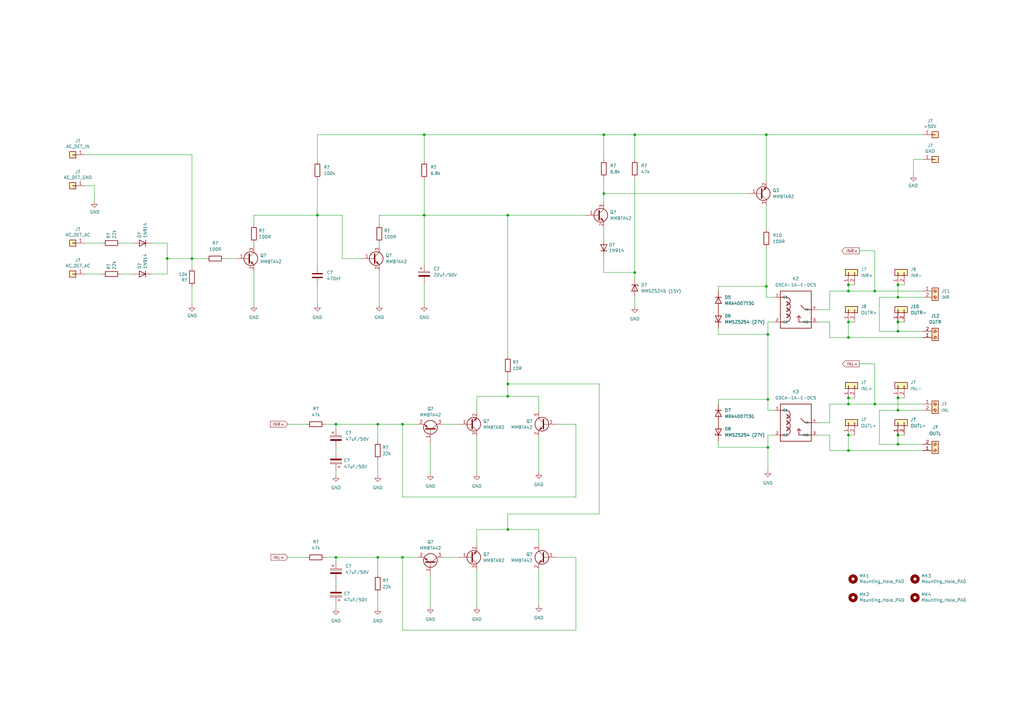
<source format=kicad_sch>
(kicad_sch (version 20211123) (generator eeschema)
  (paper "A3")
  (title_block (title "LS protection relais") (date "2022-02-13") (rev "V1"))
  (lib_symbols
    (symbol "Connector:Screw_Terminal_01x02" (pin_names (offset 1.016) hide)
      (property "Reference" "J" (at 0 2.54 0))
      (property "Value" "Screw_Terminal_01x02" (at 0 -5.08 0))
      (symbol "Screw_Terminal_01x02_1_1"
        (rectangle (start -1.27 1.27) (end 1.27 -3.81) (stroke (width 0.254)) (fill (type background)))
        (circle (center 0 -2.54) (radius 0.635) (stroke (width 0.1524)))
        (polyline (pts (xy -0.5334 -2.2098) (xy 0.3302 -3.048)) (stroke (width 0.1524)))
        (polyline (pts (xy -0.5334 0.3302) (xy 0.3302 -0.508)) (stroke (width 0.1524)))
        (polyline (pts (xy -0.3556 -2.032) (xy 0.508 -2.8702)) (stroke (width 0.1524)))
        (polyline (pts (xy -0.3556 0.508) (xy 0.508 -0.3302)) (stroke (width 0.1524)))
        (circle (center 0 0) (radius 0.635) (stroke (width 0.1524)))
        (pin passive line (at -5.08 0 0) (length 3.81) (name "Pin_1") (number "1"))
        (pin passive line (at -5.08 -2.54 0) (length 3.81) (name "Pin_2") (number "2"))
      )
    )
    (symbol "Connector_Generic:Conn_01x01" (pin_names (offset 1.016) hide)
      (property "Reference" "J" (at 0 2.54 0))
      (property "Value" "Conn_01x01" (at 0 -2.54 0))
      (symbol "Conn_01x01_1_1"
        (rectangle (start -1.27 0.127) (end 0 -0.127) (stroke (width 0.1524)))
        (rectangle (start -1.27 1.27) (end 1.27 -1.27) (stroke (width 0.254)) (fill (type background)))
        (pin passive line (at -5.08 0 0) (length 3.81) (name "Pin_1") (number "1"))
      )
    )
    (symbol "Connector_Generic:Conn_01x02" (pin_names (offset 1.016) hide)
      (property "Reference" "J" (at 0 2.54 0))
      (property "Value" "Conn_01x02" (at 0 -5.08 0))
      (symbol "Conn_01x02_1_1"
        (rectangle (start -1.27 -2.413) (end 0 -2.667) (stroke (width 0.1524)))
        (rectangle (start -1.27 0.127) (end 0 -0.127) (stroke (width 0.1524)))
        (rectangle (start -1.27 1.27) (end 1.27 -3.81) (stroke (width 0.254)) (fill (type background)))
        (pin passive line (at -5.08 0 0) (length 3.81) (name "Pin_1") (number "1"))
        (pin passive line (at -5.08 -2.54 0) (length 3.81) (name "Pin_2") (number "2"))
      )
    )
    (symbol "Device:C" (pin_numbers hide) (pin_names (offset 0.254))
      (property "Reference" "C" (at 0.635 2.54 0))
      (property "Value" "C" (at 0.635 -2.54 0))
      (symbol "C_0_1"
        (polyline (pts (xy -2.032 -0.762) (xy 2.032 -0.762)) (stroke (width 0.508)))
        (polyline (pts (xy -2.032 0.762) (xy 2.032 0.762)) (stroke (width 0.508)))
      )
      (symbol "C_1_1"
        (pin passive line (at 0 3.81 270) (length 2.794) (name "~") (number "1"))
        (pin passive line (at 0 -3.81 90) (length 2.794) (name "~") (number "2"))
      )
    )
    (symbol "Device:C_Polarized" (pin_numbers hide) (pin_names (offset 0.254))
      (property "Reference" "C" (at 0.635 2.54 0))
      (property "Value" "C_Polarized" (at 0.635 -2.54 0))
      (symbol "C_Polarized_0_1"
        (rectangle (start -2.286 0.508) (end 2.286 1.016))
        (polyline (pts (xy -1.778 2.286) (xy -0.762 2.286)))
        (polyline (pts (xy -1.27 2.794) (xy -1.27 1.778)))
        (rectangle (start 2.286 -0.508) (end -2.286 -1.016) (fill (type outline)))
      )
      (symbol "C_Polarized_1_1"
        (pin passive line (at 0 3.81 270) (length 2.794) (name "~") (number "1"))
        (pin passive line (at 0 -3.81 90) (length 2.794) (name "~") (number "2"))
      )
    )
    (symbol "Device:R" (pin_numbers hide) (pin_names (offset 0))
      (property "Reference" "R" (at 2.032 0 90))
      (property "Value" "R" (at 0 0 90))
      (symbol "R_0_1"
        (rectangle (start -1.016 -2.54) (end 1.016 2.54) (stroke (width 0.254)))
      )
      (symbol "R_1_1"
        (pin passive line (at 0 3.81 270) (length 1.27) (name "~") (number "1"))
        (pin passive line (at 0 -3.81 90) (length 1.27) (name "~") (number "2"))
      )
    )
    (symbol "Diode:1N4148" (pin_numbers hide) (pin_names (offset 1.016) hide)
      (property "Reference" "D" (at 0 2.54 0))
      (property "Value" "1N4148" (at 0 -2.54 0))
      (symbol "1N4148_0_1"
        (polyline (pts (xy -1.27 1.27) (xy -1.27 -1.27)) (stroke (width 0.254)))
        (polyline (pts (xy 1.27 0) (xy -1.27 0)))
        (polyline (pts (xy 1.27 1.27) (xy 1.27 -1.27) (xy -1.27 0) (xy 1.27 1.27)) (stroke (width 0.254)))
      )
      (symbol "1N4148_1_1"
        (pin passive line (at -3.81 0 0) (length 2.54) (name "K") (number "1"))
        (pin passive line (at 3.81 0 180) (length 2.54) (name "A") (number "2"))
      )
    )
    (symbol "Diode:1N47xxA" (pin_numbers hide) (pin_names (offset 1.016) hide)
      (property "Reference" "D" (at 0 2.54 0))
      (property "Value" "1N47xxA" (at 0 -2.54 0))
      (symbol "1N47xxA_0_1"
        (polyline (pts (xy 1.27 0) (xy -1.27 0)))
        (polyline (pts (xy -1.27 -1.27) (xy -1.27 1.27) (xy -0.762 1.27)) (stroke (width 0.254)))
        (polyline (pts (xy 1.27 -1.27) (xy 1.27 1.27) (xy -1.27 0) (xy 1.27 -1.27)) (stroke (width 0.254)))
      )
      (symbol "1N47xxA_1_1"
        (pin passive line (at -3.81 0 0) (length 2.54) (name "K") (number "1"))
        (pin passive line (at 3.81 0 180) (length 2.54) (name "A") (number "2"))
      )
    )
    (symbol "Diode:MRA4007T3G" (pin_numbers hide) (pin_names (offset 1.016) hide)
      (property "Reference" "D" (at 0 2.54 0))
      (property "Value" "MRA4007T3G" (at 0 -2.54 0))
      (symbol "MRA4007T3G_0_1"
        (polyline (pts (xy -1.27 1.27) (xy -1.27 -1.27)) (stroke (width 0.254)))
        (polyline (pts (xy 1.27 0) (xy -1.27 0)))
        (polyline (pts (xy 1.27 1.27) (xy 1.27 -1.27) (xy -1.27 0) (xy 1.27 1.27)) (stroke (width 0.254)))
      )
      (symbol "MRA4007T3G_1_1"
        (pin passive line (at -3.81 0 0) (length 2.54) (name "K") (number "1"))
        (pin passive line (at 3.81 0 180) (length 2.54) (name "A") (number "2"))
      )
    )
    (symbol "Mechanical:MountingHole" (pin_names (offset 1.016))
      (property "Reference" "H" (at 0 5.08 0))
      (property "Value" "MountingHole" (at 0 3.175 0))
      (symbol "MountingHole_0_1"
        (circle (center 0 0) (radius 1.27) (stroke (width 1.27)))
      )
    )
    (symbol "Transistor_BJT:MMBTA42" (pin_names (offset 0) hide)
      (property "Reference" "Q" (at 5.08 1.905 0))
      (property "Value" "MMBTA42" (at 5.08 0 0))
      (symbol "MMBTA42_0_1"
        (polyline (pts (xy 0 0) (xy 0.635 0)))
        (polyline (pts (xy 0.635 0.635) (xy 2.54 2.54)))
        (polyline (pts (xy 0.635 -0.635) (xy 2.54 -2.54) (xy 2.54 -2.54)))
        (polyline (pts (xy 0.635 1.905) (xy 0.635 -1.905) (xy 0.635 -1.905)) (stroke (width 0.508)))
        (polyline (pts (xy 1.27 -1.778) (xy 1.778 -1.27) (xy 2.286 -2.286) (xy 1.27 -1.778) (xy 1.27 -1.778)) (fill (type outline)))
        (circle (center 1.27 0) (radius 2.8194) (stroke (width 0.254)))
      )
      (symbol "MMBTA42_1_1"
        (pin input line (at -5.08 0 0) (length 5.08) (name "B") (number "1"))
        (pin passive line (at 2.54 -5.08 90) (length 2.54) (name "E") (number "2"))
        (pin passive line (at 2.54 5.08 270) (length 2.54) (name "C") (number "3"))
      )
    )
    (symbol "Transistor_BJT:MMBTA92" (pin_names (offset 0) hide)
      (property "Reference" "Q" (at 5.08 1.905 0))
      (property "Value" "MMBTA92" (at 5.08 0 0))
      (symbol "MMBTA92_0_1"
        (polyline (pts (xy 0 0) (xy 0.635 0)))
        (polyline (pts (xy 2.54 -2.54) (xy 0.635 -0.635)))
        (polyline (pts (xy 2.54 2.54) (xy 0.635 0.635)))
        (polyline (pts (xy 0.635 1.905) (xy 0.635 -1.905) (xy 0.635 -1.905)) (stroke (width 0.508)) (fill (type outline)))
        (polyline (pts (xy 1.905 -2.413) (xy 2.413 -1.905) (xy 1.397 -1.397) (xy 1.905 -2.413) (xy 1.905 -2.413)) (fill (type outline)))
        (circle (center 1.27 0) (radius 2.8194) (stroke (width 0.254)))
      )
      (symbol "MMBTA92_1_1"
        (pin input line (at -5.08 0 0) (length 5.08) (name "B") (number "1"))
        (pin passive line (at 2.54 -5.08 90) (length 2.54) (name "E") (number "2"))
        (pin passive line (at 2.54 5.08 270) (length 2.54) (name "C") (number "3"))
      )
    )
    (symbol "kicad-snk:G5CA-1A-E-DC5" (pin_names (offset 1.016))
      (property "Reference" "K" (at -7.62 8.128 0))
      (property "Value" "G5CA-1A-E-DC5" (at -7.62 -10.16 0))
      (symbol "G5CA-1A-E-DC5_0_0"
        (arc (start -5.08 -5.08) (mid -3.5511 -3.429) (end -5.08 -1.778) (stroke (width 0.254)))
        (arc (start -5.08 -3.302) (mid -4.513 -2.54) (end -5.08 -1.778) (stroke (width 0.254)))
        (arc (start -5.08 -3.302) (mid -3.5499 -1.27) (end -5.08 0.762) (stroke (width 0.254)))
        (arc (start -5.08 -0.762) (mid -4.513 0) (end -5.08 0.762) (stroke (width 0.254)))
        (arc (start -5.08 -0.762) (mid -3.5314 1.27) (end -5.08 3.302) (stroke (width 0.254)))
        (arc (start -5.08 1.778) (mid -4.513 2.54) (end -5.08 3.302) (stroke (width 0.254)))
        (arc (start -5.08 1.778) (mid -3.5511 3.429) (end -5.08 5.08) (stroke (width 0.254)))
        (polyline (pts (xy -7.62 -7.62) (xy -7.62 -5.08)) (stroke (width 0.254)))
        (polyline (pts (xy -7.62 -5.08) (xy -7.62 5.08)) (stroke (width 0.254)))
        (polyline (pts (xy -7.62 -5.08) (xy -5.08 -5.08)) (stroke (width 0.254)))
        (polyline (pts (xy -7.62 5.08) (xy -7.62 7.62)) (stroke (width 0.254)))
        (polyline (pts (xy -7.62 5.08) (xy -5.08 5.08)) (stroke (width 0.254)))
        (polyline (pts (xy -7.62 7.62) (xy 5.08 7.62)) (stroke (width 0.254)))
        (polyline (pts (xy 0 -5.08) (xy 0 -2.54)) (stroke (width 0.254)))
        (polyline (pts (xy 0 -2.54) (xy -0.762 -3.302)) (stroke (width 0.254)))
        (polyline (pts (xy 0 -2.54) (xy 0.762 -3.302)) (stroke (width 0.254)))
        (polyline (pts (xy 2.54 0) (xy 0.762 1.778)) (stroke (width 0.254)))
        (polyline (pts (xy 5.08 -7.62) (xy -7.62 -7.62)) (stroke (width 0.254)))
        (polyline (pts (xy 5.08 -5.08) (xy 0 -5.08)) (stroke (width 0.254)))
        (polyline (pts (xy 5.08 -5.08) (xy 5.08 -7.62)) (stroke (width 0.254)))
        (polyline (pts (xy 5.08 0) (xy 2.54 0)) (stroke (width 0.254)))
        (polyline (pts (xy 5.08 0) (xy 5.08 -5.08)) (stroke (width 0.254)))
        (polyline (pts (xy 5.08 5.08) (xy 5.08 0)) (stroke (width 0.254)))
        (polyline (pts (xy 5.08 7.62) (xy 5.08 5.08)) (stroke (width 0.254)))
        (pin passive line (at -10.16 5.08 0) (length 2.54) (name "C1") (number "1"))
        (pin passive line (at -10.16 -5.08 0) (length 2.54) (name "C2") (number "2"))
        (pin passive line (at 7.62 -5.08 180) (length 2.54) (name "NO") (number "3"))
        (pin passive line (at 7.62 0 180) (length 2.54) (name "M") (number "4"))
      )
    )
    (symbol "power:GND" (power) (pin_names (offset 0))
      (property "Value" "GND" (at 0 -3.81 0))
      (symbol "GND_0_1"
        (polyline (pts (xy 0 0) (xy 0 -1.27) (xy 1.27 -1.27) (xy 0 -2.54) (xy -1.27 -1.27) (xy 0 -1.27)))
      )
      (symbol "GND_1_1"
        (pin power_in line (at 0 0 270) (length 0) hide (name "GND") (number "1"))
      )
    )
  )
  (junction (at 314.325 117.475))
  (junction (at 68.58 106.045))
  (junction (at 173.99 88.265))
  (junction (at 137.795 228.6))
  (junction (at 347.98 116.84))
  (junction (at 130.175 88.265))
  (junction (at 347.98 165.735))
  (junction (at 154.94 173.99))
  (junction (at 347.98 119.38))
  (junction (at 165.1 228.6))
  (junction (at 368.3 116.84))
  (junction (at 358.775 119.38))
  (junction (at 154.94 228.6))
  (junction (at 78.74 106.045))
  (junction (at 347.98 178.435))
  (junction (at 314.96 183.515))
  (junction (at 368.3 163.195))
  (junction (at 247.65 55.245))
  (junction (at 314.96 137.16))
  (junction (at 260.35 55.245))
  (junction (at 368.3 178.435))
  (junction (at 347.98 184.785))
  (junction (at 368.3 135.89))
  (junction (at 358.775 165.735))
  (junction (at 208.28 88.265))
  (junction (at 347.98 138.43))
  (junction (at 173.99 55.245))
  (junction (at 347.98 163.195))
  (junction (at 208.28 162.56))
  (junction (at 314.325 55.245))
  (junction (at 208.28 157.48))
  (junction (at 247.65 79.375))
  (junction (at 368.3 182.245))
  (junction (at 368.3 121.92))
  (junction (at 368.3 168.275))
  (junction (at 165.1 173.99))
  (junction (at 368.3 132.08))
  (junction (at 314.96 163.83))
  (junction (at 208.28 217.17))
  (junction (at 137.795 173.99))
  (junction (at 260.35 111.76))
  (junction (at 347.98 132.08))
  (wire (pts (xy 347.98 119.38) (xy 340.36 119.38)))
  (wire (pts (xy 314.96 163.83) (xy 294.64 163.83)))
  (wire (pts (xy 165.1 203.835) (xy 236.22 203.835)))
  (wire (pts (xy 245.745 210.82) (xy 245.745 157.48)))
  (wire (pts (xy 360.68 135.89) (xy 368.3 135.89)))
  (wire (pts (xy 260.35 55.245) (xy 314.325 55.245)))
  (wire (pts (xy 104.14 111.125) (xy 104.14 125.095)))
  (wire (pts (xy 104.14 99.695) (xy 104.14 100.965)))
  (wire (pts (xy 294.64 134.62) (xy 294.64 137.16)))
  (wire (pts (xy 181.61 228.6) (xy 187.96 228.6)))
  (wire (pts (xy 347.98 178.435) (xy 350.52 178.435)))
  (wire (pts (xy 368.3 163.195) (xy 368.3 168.275)))
  (wire (pts (xy 314.325 55.245) (xy 378.46 55.245)))
  (wire (pts (xy 347.98 132.08) (xy 347.98 138.43)))
  (wire (pts (xy 208.28 88.265) (xy 240.03 88.265)))
  (wire (pts (xy 92.075 106.045) (xy 96.52 106.045)))
  (wire (pts (xy 173.99 116.205) (xy 173.99 125.095)))
  (wire (pts (xy 137.795 228.6) (xy 137.795 230.505)))
  (wire (pts (xy 352.425 103.505) (xy 352.425 102.87)))
  (wire (pts (xy 236.22 258.445) (xy 236.22 228.6)))
  (wire (pts (xy 208.28 157.48) (xy 208.28 162.56)))
  (wire (pts (xy 335.28 173.355) (xy 340.36 173.355)))
  (wire (pts (xy 260.35 73.025) (xy 260.35 111.76)))
  (wire (pts (xy 78.74 117.475) (xy 78.74 125.095)))
  (wire (pts (xy 247.65 79.375) (xy 247.65 83.185)))
  (wire (pts (xy 247.65 73.025) (xy 247.65 79.375)))
  (wire (pts (xy 154.94 243.205) (xy 154.94 249.555)))
  (wire (pts (xy 245.745 157.48) (xy 208.28 157.48)))
  (wire (pts (xy 374.65 65.405) (xy 378.46 65.405)))
  (wire (pts (xy 317.5 178.435) (xy 314.96 178.435)))
  (wire (pts (xy 317.5 132.08) (xy 314.96 132.08)))
  (wire (pts (xy 140.335 106.045) (xy 147.955 106.045)))
  (wire (pts (xy 247.65 111.76) (xy 260.35 111.76)))
  (wire (pts (xy 176.53 181.61) (xy 176.53 194.31)))
  (wire (pts (xy 352.425 102.87) (xy 358.775 102.87)))
  (wire (pts (xy 220.98 217.17) (xy 220.98 223.52)))
  (wire (pts (xy 314.325 121.92) (xy 317.5 121.92)))
  (wire (pts (xy 368.3 182.245) (xy 378.46 182.245)))
  (wire (pts (xy 340.36 132.08) (xy 335.28 132.08)))
  (wire (pts (xy 137.795 173.99) (xy 154.94 173.99)))
  (wire (pts (xy 137.795 183.515) (xy 137.795 185.42)))
  (wire (pts (xy 140.335 88.265) (xy 140.335 106.045)))
  (wire (pts (xy 340.36 138.43) (xy 340.36 132.08)))
  (wire (pts (xy 38.735 76.2) (xy 34.925 76.2)))
  (wire (pts (xy 368.3 132.08) (xy 370.84 132.08)))
  (wire (pts (xy 78.74 63.5) (xy 34.925 63.5)))
  (wire (pts (xy 173.99 88.265) (xy 155.575 88.265)))
  (wire (pts (xy 368.3 135.89) (xy 378.46 135.89)))
  (wire (pts (xy 62.23 112.395) (xy 68.58 112.395)))
  (wire (pts (xy 347.98 132.08) (xy 350.52 132.08)))
  (wire (pts (xy 260.35 121.92) (xy 260.35 125.73)))
  (wire (pts (xy 347.98 163.195) (xy 350.52 163.195)))
  (wire (pts (xy 314.96 132.08) (xy 314.96 137.16)))
  (wire (pts (xy 208.28 153.67) (xy 208.28 157.48)))
  (wire (pts (xy 165.1 228.6) (xy 165.1 258.445)))
  (wire (pts (xy 78.74 106.045) (xy 84.455 106.045)))
  (wire (pts (xy 49.53 99.695) (xy 54.61 99.695)))
  (wire (pts (xy 347.98 138.43) (xy 340.36 138.43)))
  (wire (pts (xy 358.775 165.735) (xy 347.98 165.735)))
  (wire (pts (xy 347.98 163.195) (xy 347.98 165.735)))
  (wire (pts (xy 378.46 119.38) (xy 358.775 119.38)))
  (wire (pts (xy 378.46 121.92) (xy 368.3 121.92)))
  (wire (pts (xy 154.94 188.595) (xy 154.94 194.945)))
  (wire (pts (xy 340.36 165.735) (xy 340.36 173.355)))
  (wire (pts (xy 247.65 55.245) (xy 173.99 55.245)))
  (wire (pts (xy 176.53 236.22) (xy 176.53 248.92)))
  (wire (pts (xy 294.64 163.83) (xy 294.64 165.735)))
  (wire (pts (xy 260.35 111.76) (xy 260.35 114.3)))
  (wire (pts (xy 155.575 88.265) (xy 155.575 92.075)))
  (wire (pts (xy 34.925 99.695) (xy 41.91 99.695)))
  (wire (pts (xy 368.3 121.92) (xy 360.68 121.92)))
  (wire (pts (xy 173.99 55.245) (xy 130.175 55.245)))
  (wire (pts (xy 34.925 112.395) (xy 41.91 112.395)))
  (wire (pts (xy 314.96 183.515) (xy 314.96 193.04)))
  (wire (pts (xy 68.58 106.045) (xy 68.58 112.395)))
  (wire (pts (xy 49.53 112.395) (xy 54.61 112.395)))
  (wire (pts (xy 155.575 99.695) (xy 155.575 100.965)))
  (wire (pts (xy 154.94 228.6) (xy 165.1 228.6)))
  (wire (pts (xy 165.1 258.445) (xy 236.22 258.445)))
  (wire (pts (xy 173.99 73.66) (xy 173.99 88.265)))
  (wire (pts (xy 314.96 178.435) (xy 314.96 183.515)))
  (wire (pts (xy 104.14 88.265) (xy 104.14 92.075)))
  (wire (pts (xy 347.98 116.84) (xy 347.98 119.38)))
  (wire (pts (xy 208.28 88.265) (xy 208.28 146.05)))
  (wire (pts (xy 130.175 88.265) (xy 140.335 88.265)))
  (wire (pts (xy 208.28 217.17) (xy 208.28 210.82)))
  (wire (pts (xy 154.94 173.99) (xy 154.94 180.975)))
  (wire (pts (xy 154.94 173.99) (xy 165.1 173.99)))
  (wire (pts (xy 165.1 173.99) (xy 171.45 173.99)))
  (wire (pts (xy 104.14 88.265) (xy 130.175 88.265)))
  (wire (pts (xy 78.74 106.045) (xy 78.74 109.855)))
  (wire (pts (xy 236.22 228.6) (xy 228.6 228.6)))
  (wire (pts (xy 130.175 73.66) (xy 130.175 88.265)))
  (wire (pts (xy 360.68 121.92) (xy 360.68 135.89)))
  (wire (pts (xy 314.325 101.6) (xy 314.325 117.475)))
  (wire (pts (xy 294.64 183.515) (xy 314.96 183.515)))
  (wire (pts (xy 247.65 105.41) (xy 247.65 111.76)))
  (wire (pts (xy 195.58 179.07) (xy 195.58 194.31)))
  (wire (pts (xy 314.325 117.475) (xy 314.325 121.92)))
  (wire (pts (xy 154.94 228.6) (xy 154.94 235.585)))
  (wire (pts (xy 378.46 168.275) (xy 368.3 168.275)))
  (wire (pts (xy 173.99 55.245) (xy 173.99 66.04)))
  (wire (pts (xy 130.175 55.245) (xy 130.175 66.04)))
  (wire (pts (xy 130.175 88.265) (xy 130.175 109.22)))
  (wire (pts (xy 220.98 179.07) (xy 220.98 193.675)))
  (wire (pts (xy 347.98 178.435) (xy 347.98 184.785)))
  (wire (pts (xy 68.58 99.695) (xy 62.23 99.695)))
  (wire (pts (xy 247.65 55.245) (xy 247.65 65.405)))
  (wire (pts (xy 173.99 88.265) (xy 208.28 88.265)))
  (wire (pts (xy 208.28 162.56) (xy 220.98 162.56)))
  (wire (pts (xy 137.795 173.99) (xy 137.795 175.895)))
  (wire (pts (xy 360.68 168.275) (xy 360.68 182.245)))
  (wire (pts (xy 68.58 106.045) (xy 78.74 106.045)))
  (wire (pts (xy 137.795 228.6) (xy 154.94 228.6)))
  (wire (pts (xy 347.98 184.785) (xy 340.36 184.785)))
  (wire (pts (xy 340.36 184.785) (xy 340.36 178.435)))
  (wire (pts (xy 247.65 79.375) (xy 306.705 79.375)))
  (wire (pts (xy 335.28 178.435) (xy 340.36 178.435)))
  (wire (pts (xy 358.775 102.87) (xy 358.775 119.38)))
  (wire (pts (xy 38.735 82.55) (xy 38.735 76.2)))
  (wire (pts (xy 236.22 203.835) (xy 236.22 173.99)))
  (wire (pts (xy 247.65 93.345) (xy 247.65 97.79)))
  (wire (pts (xy 352.425 149.86) (xy 352.425 149.225)))
  (wire (pts (xy 358.775 119.38) (xy 347.98 119.38)))
  (wire (pts (xy 165.1 173.99) (xy 165.1 203.835)))
  (wire (pts (xy 195.58 162.56) (xy 208.28 162.56)))
  (wire (pts (xy 314.96 168.275) (xy 317.5 168.275)))
  (wire (pts (xy 137.795 193.04) (xy 137.795 194.945)))
  (wire (pts (xy 314.325 84.455) (xy 314.325 93.98)))
  (wire (pts (xy 340.36 119.38) (xy 340.36 127)))
  (wire (pts (xy 260.35 55.245) (xy 247.65 55.245)))
  (wire (pts (xy 314.96 163.83) (xy 314.96 168.275)))
  (wire (pts (xy 137.795 238.125) (xy 137.795 240.03)))
  (wire (pts (xy 340.36 127) (xy 335.28 127)))
  (wire (pts (xy 220.98 233.68) (xy 220.98 248.285)))
  (wire (pts (xy 195.58 217.17) (xy 208.28 217.17)))
  (wire (pts (xy 137.795 247.65) (xy 137.795 249.555)))
  (wire (pts (xy 314.96 137.16) (xy 314.96 163.83)))
  (wire (pts (xy 294.64 137.16) (xy 314.96 137.16)))
  (wire (pts (xy 236.22 173.99) (xy 228.6 173.99)))
  (wire (pts (xy 260.35 65.405) (xy 260.35 55.245)))
  (wire (pts (xy 181.61 173.99) (xy 187.96 173.99)))
  (wire (pts (xy 68.58 106.045) (xy 68.58 99.695)))
  (wire (pts (xy 118.11 173.99) (xy 125.73 173.99)))
  (wire (pts (xy 195.58 223.52) (xy 195.58 217.17)))
  (wire (pts (xy 358.775 149.225) (xy 358.775 165.735)))
  (wire (pts (xy 314.325 55.245) (xy 314.325 74.295)))
  (wire (pts (xy 220.98 162.56) (xy 220.98 168.91)))
  (wire (pts (xy 78.74 106.045) (xy 78.74 63.5)))
  (wire (pts (xy 294.64 117.475) (xy 314.325 117.475)))
  (wire (pts (xy 360.68 182.245) (xy 368.3 182.245)))
  (wire (pts (xy 208.28 217.17) (xy 220.98 217.17)))
  (wire (pts (xy 133.35 228.6) (xy 137.795 228.6)))
  (wire (pts (xy 347.98 116.84) (xy 350.52 116.84)))
  (wire (pts (xy 173.99 88.265) (xy 173.99 108.585)))
  (wire (pts (xy 368.3 116.84) (xy 368.3 121.92)))
  (wire (pts (xy 195.58 168.91) (xy 195.58 162.56)))
  (wire (pts (xy 368.3 163.195) (xy 370.84 163.195)))
  (wire (pts (xy 118.11 228.6) (xy 125.73 228.6)))
  (wire (pts (xy 133.35 173.99) (xy 137.795 173.99)))
  (wire (pts (xy 368.3 116.84) (xy 370.84 116.84)))
  (wire (pts (xy 352.425 149.225) (xy 358.775 149.225)))
  (wire (pts (xy 155.575 111.125) (xy 155.575 125.095)))
  (wire (pts (xy 378.46 138.43) (xy 347.98 138.43)))
  (wire (pts (xy 130.175 116.84) (xy 130.175 125.095)))
  (wire (pts (xy 368.3 168.275) (xy 360.68 168.275)))
  (wire (pts (xy 208.28 210.82) (xy 245.745 210.82)))
  (wire (pts (xy 195.58 233.68) (xy 195.58 248.92)))
  (wire (pts (xy 347.98 165.735) (xy 340.36 165.735)))
  (wire (pts (xy 368.3 132.08) (xy 368.3 135.89)))
  (wire (pts (xy 374.65 71.755) (xy 374.65 65.405)))
  (wire (pts (xy 368.3 178.435) (xy 370.84 178.435)))
  (wire (pts (xy 378.46 184.785) (xy 347.98 184.785)))
  (wire (pts (xy 294.64 119.38) (xy 294.64 117.475)))
  (wire (pts (xy 294.64 180.975) (xy 294.64 183.515)))
  (wire (pts (xy 378.46 165.735) (xy 358.775 165.735)))
  (wire (pts (xy 165.1 228.6) (xy 171.45 228.6)))
  (wire (pts (xy 368.3 178.435) (xy 368.3 182.245)))
  (global_label "INL+" (shape output) (at 352.425 149.225 180) (property "Intersheet References" "${INTERSHEET_REFS}" (effects hide)))
  (global_label "INL+" (shape input) (at 118.11 228.6 180) (property "Intersheet References" "${INTERSHEET_REFS}" (effects hide)))
  (global_label "INR+" (shape output) (at 352.425 102.87 180) (property "Intersheet References" "${INTERSHEET_REFS}" (effects hide)))
  (global_label "INR+" (shape input) (at 118.11 173.99 180) (property "Intersheet References" "${INTERSHEET_REFS}" (effects hide)))
  (symbol (lib_id "power:GND") (at 374.65 71.755 0) (mirror y) (unit 1)
    (property "Reference" "#PWR?" (effects hide))
    (property "Value" "GND" (at 374.523 76.1492 0))
  )
  (symbol (lib_id "power:GND") (at 314.96 193.04 0) (unit 1)
    (property "Reference" "#PWR?" (effects hide))
    (property "Value" "GND" (at 314.96 198.12 0))
  )
  (symbol (lib_id "power:GND") (at 195.58 248.92 0) (unit 1)
    (property "Reference" "#PWR?" (effects hide))
    (property "Value" "GND" (at 195.58 254 0))
  )
  (symbol (lib_id "Connector_Generic:Conn_01x02") (at 347.98 111.76 90) (unit 1)
    (property "Reference" "J7" (at 353.06 110.4899 90) (effects (justify right)))
    (property "Value" "INR+" (at 353.06 113.0299 90) (effects (justify right)))
    (property "Footprint" "kicad-snk:TE_62409-1" (effects hide))
  )
  (symbol (lib_id "Device:R") (at 104.14 95.885 0) (unit 1)
    (property "Reference" "R?" (at 106.045 94.6149 0) (effects (justify left)))
    (property "Value" "100R" (at 106.045 97.1549 0) (effects (justify left)))
    (property "Footprint" "Resistor_SMD:R_0805_2012Metric_Pad1.20x1.40mm_HandSolder" (effects hide))
  )
  (symbol (lib_id "Transistor_BJT:MMBTA42") (at 223.52 228.6 0) (mirror y) (unit 1)
    (property "Reference" "Q?" (at 218.44 227.3299 0) (effects (justify left)))
    (property "Value" "MMBTA42" (at 218.44 229.8699 0) (effects (justify left)))
    (property "Footprint" "Package_TO_SOT_SMD:SOT-23" (effects hide))
    (property "Datasheet" "https://www.onsemi.com/pub/Collateral/MMBTA42LT1-D.PDF" (effects hide))
  )
  (symbol (lib_id "Transistor_BJT:MMBTA42") (at 101.6 106.045 0) (unit 1)
    (property "Reference" "Q?" (at 106.68 104.7749 0) (effects (justify left)))
    (property "Value" "MMBTA42" (at 106.68 107.3149 0) (effects (justify left)))
    (property "Footprint" "Package_TO_SOT_SMD:SOT-23" (effects hide))
    (property "Datasheet" "https://www.onsemi.com/pub/Collateral/MMBTA42LT1-D.PDF" (effects hide))
  )
  (symbol (lib_id "Transistor_BJT:MMBTA42") (at 153.035 106.045 0) (unit 1)
    (property "Reference" "Q?" (at 158.115 104.7749 0) (effects (justify left)))
    (property "Value" "MMBTA42" (at 158.115 107.3149 0) (effects (justify left)))
    (property "Footprint" "Package_TO_SOT_SMD:SOT-23" (effects hide))
    (property "Datasheet" "https://www.onsemi.com/pub/Collateral/MMBTA42LT1-D.PDF" (effects hide))
  )
  (symbol (lib_id "Connector_Generic:Conn_01x02") (at 347.98 127 90) (unit 1)
    (property "Reference" "J8" (at 353.06 125.7299 90) (effects (justify right)))
    (property "Value" "OUTR+" (at 353.06 128.2699 90) (effects (justify right)))
    (property "Footprint" "kicad-snk:TE_62409-1" (effects hide))
  )
  (symbol (lib_id "Transistor_BJT:MMBTA92") (at 311.785 79.375 0) (mirror x) (unit 1)
    (property "Reference" "Q3" (at 316.865 78.1049 0) (effects (justify left)))
    (property "Value" "MMBTA92" (at 316.865 80.6449 0) (effects (justify left)))
    (property "Footprint" "Package_TO_SOT_SMD:SOT-23" (effects hide))
    (property "Datasheet" "https://www.onsemi.com/pub/Collateral/MMBTA92LT1-D.PDF" (effects hide))
  )
  (symbol (lib_id "Mechanical:MountingHole") (at 375.285 245.11 0) (unit 1)
    (property "Reference" "MK4" (at 377.825 243.8146 0) (effects (justify left)))
    (property "Value" "Mounting_Hole_PAD" (at 377.825 246.126 0) (effects (justify left)))
    (property "Footprint" "MountingHole:MountingHole_3.2mm_M3_Pad_Via" (effects hide))
  )
  (symbol (lib_id "Mechanical:MountingHole") (at 349.885 245.11 0) (unit 1)
    (property "Reference" "MK2" (at 352.425 243.8146 0) (effects (justify left)))
    (property "Value" "Mounting_Hole_PAD" (at 352.425 246.126 0) (effects (justify left)))
    (property "Footprint" "MountingHole:MountingHole_3.2mm_M3_Pad_Via" (effects hide))
  )
  (symbol (lib_id "Connector:Screw_Terminal_01x02") (at 383.54 119.38 0) (unit 1)
    (property "Reference" "J11" (at 386.08 119.3799 0) (effects (justify left)))
    (property "Value" "INR" (at 386.08 121.9199 0) (effects (justify left)))
    (property "Footprint" "TerminalBlock_RND:TerminalBlock_RND_205-00012_1x02_P5.00mm_Horizontal" (effects hide))
  )
  (symbol (lib_id "Diode:1N4148") (at 247.65 101.6 90) (unit 1)
    (property "Reference" "D?" (at 249.682 100.4316 90) (effects (justify right)))
    (property "Value" "1N914" (at 249.682 102.743 90) (effects (justify right)))
    (property "Footprint" "Diode_SMD:D_SOD-123" (effects hide))
    (property "Datasheet" "https://assets.nexperia.com/documents/data-sheet/1N4148_1N4448.pdf" (effects hide))
  )
  (symbol (lib_id "Connector_Generic:Conn_01x01") (at 29.845 63.5 180) (unit 1)
    (property "Reference" "J?" (at 31.9278 57.785 0))
    (property "Value" "AC_DET_IN" (at 31.9278 60.0964 0))
    (property "Footprint" "Connector_Pin:Pin_D1.0mm_L10.0mm" (effects hide))
  )
  (symbol (lib_id "Device:R") (at 45.72 112.395 90) (unit 1)
    (property "Reference" "R?" (at 44.5516 110.617 0) (effects (justify left)))
    (property "Value" "22k" (at 46.863 110.617 0) (effects (justify left)))
    (property "Footprint" "Resistor_SMD:R_0805_2012Metric_Pad1.20x1.40mm_HandSolder" (effects hide))
  )
  (symbol (lib_id "Device:C_Polarized") (at 137.795 189.23 180) (unit 1)
    (property "Reference" "C?" (at 140.97 188.8489 0) (effects (justify right)))
    (property "Value" "47uF/50V" (at 140.97 191.3889 0) (effects (justify right)))
    (property "Footprint" "Capacitor_THT:CP_Radial_D6.3mm_P2.50mm" (effects hide))
  )
  (symbol (lib_id "Connector_Generic:Conn_01x01") (at 29.845 112.395 180) (unit 1)
    (property "Reference" "J?" (at 31.9278 106.68 0))
    (property "Value" "AC_DET_AC" (at 31.9278 108.9914 0))
    (property "Footprint" "Connector_Pin:Pin_D1.0mm_L10.0mm" (effects hide))
  )
  (symbol (lib_id "power:GND") (at 38.735 82.55 0) (unit 1)
    (property "Reference" "#PWR?" (effects hide))
    (property "Value" "GND" (at 38.862 86.9442 0))
  )
  (symbol (lib_id "Connector_Generic:Conn_01x02") (at 347.98 158.115 90) (unit 1)
    (property "Reference" "J?" (at 353.06 156.8449 90) (effects (justify right)))
    (property "Value" "INL+" (at 353.06 159.3849 90) (effects (justify right)))
    (property "Footprint" "kicad-snk:TE_62409-1" (effects hide))
  )
  (symbol (lib_id "Device:R") (at 173.99 69.85 0) (unit 1)
    (property "Reference" "R?" (at 176.53 68.5799 0) (effects (justify left)))
    (property "Value" "6.8k" (at 176.53 71.1199 0) (effects (justify left)))
    (property "Footprint" "Resistor_SMD:R_0805_2012Metric_Pad1.20x1.40mm_HandSolder" (effects hide))
  )
  (symbol (lib_id "power:GND") (at 176.53 248.92 0) (unit 1)
    (property "Reference" "#PWR?" (effects hide))
    (property "Value" "GND" (at 176.53 254 0))
  )
  (symbol (lib_id "power:GND") (at 137.795 249.555 0) (unit 1)
    (property "Reference" "#PWR?" (effects hide))
    (property "Value" "GND" (at 137.795 254.635 0))
  )
  (symbol (lib_id "Mechanical:MountingHole") (at 375.285 237.49 0) (unit 1)
    (property "Reference" "MK3" (at 377.825 236.1946 0) (effects (justify left)))
    (property "Value" "Mounting_Hole_PAD" (at 377.825 238.506 0) (effects (justify left)))
    (property "Footprint" "MountingHole:MountingHole_3.2mm_M3_Pad_Via" (effects hide))
  )
  (symbol (lib_id "Connector_Generic:Conn_01x01") (at 383.54 65.405 0) (mirror x) (unit 1)
    (property "Reference" "J?" (at 381.4572 59.69 0))
    (property "Value" "GND" (at 381.4572 62.0014 0))
    (property "Footprint" "Connector_Pin:Pin_D1.0mm_L10.0mm" (effects hide))
  )
  (symbol (lib_id "Device:C_Polarized") (at 137.795 234.315 0) (unit 1)
    (property "Reference" "C?" (at 141.605 232.1559 0) (effects (justify left)))
    (property "Value" "47uF/50V" (at 141.605 234.6959 0) (effects (justify left)))
    (property "Footprint" "Capacitor_THT:CP_Radial_D6.3mm_P2.50mm" (effects hide))
  )
  (symbol (lib_id "Transistor_BJT:MMBTA92") (at 193.04 228.6 0) (mirror x) (unit 1)
    (property "Reference" "Q?" (at 198.12 227.3299 0) (effects (justify left)))
    (property "Value" "MMBTA92" (at 198.12 229.8699 0) (effects (justify left)))
    (property "Footprint" "Package_TO_SOT_SMD:SOT-23" (effects hide))
    (property "Datasheet" "https://www.onsemi.com/pub/Collateral/MMBTA92LT1-D.PDF" (effects hide))
  )
  (symbol (lib_id "Device:C") (at 130.175 113.03 0) (unit 1)
    (property "Reference" "C?" (at 133.985 111.7599 0) (effects (justify left)))
    (property "Value" "470nF" (at 133.985 114.2999 0) (effects (justify left)))
    (property "Footprint" "Capacitor_SMD:C_1206_3216Metric_Pad1.33x1.80mm_HandSolder" (effects hide))
  )
  (symbol (lib_id "Device:C_Polarized") (at 137.795 179.705 0) (unit 1)
    (property "Reference" "C?" (at 141.605 177.5459 0) (effects (justify left)))
    (property "Value" "47uF/50V" (at 141.605 180.0859 0) (effects (justify left)))
    (property "Footprint" "Capacitor_THT:CP_Radial_D6.3mm_P2.50mm" (effects hide))
  )
  (symbol (lib_id "Diode:1N4148") (at 58.42 112.395 180) (unit 1)
    (property "Reference" "D?" (at 57.2516 110.363 90) (effects (justify right)))
    (property "Value" "1N914" (at 59.563 110.363 90) (effects (justify right)))
    (property "Footprint" "Diode_SMD:D_SOD-123" (effects hide))
    (property "Datasheet" "https://assets.nexperia.com/documents/data-sheet/1N4148_1N4448.pdf" (effects hide))
  )
  (symbol (lib_id "Diode:MRA4007T3G") (at 294.64 169.545 270) (unit 1)
    (property "Reference" "D7" (at 297.18 168.2749 90) (effects (justify left)))
    (property "Value" "MRA4007T3G" (at 297.18 170.8149 90) (effects (justify left)))
    (property "Footprint" "Diode_SMD:D_SMA" (effects hide))
    (property "Datasheet" "http://www.onsemi.com/pub_link/Collateral/MRA4003T3-D.PDF" (effects hide))
  )
  (symbol (lib_id "Diode:1N4148") (at 58.42 99.695 180) (unit 1)
    (property "Reference" "D?" (at 57.2516 97.663 90) (effects (justify right)))
    (property "Value" "1N914" (at 59.563 97.663 90) (effects (justify right)))
    (property "Footprint" "Diode_SMD:D_SOD-123" (effects hide))
    (property "Datasheet" "https://assets.nexperia.com/documents/data-sheet/1N4148_1N4448.pdf" (effects hide))
  )
  (symbol (lib_id "Device:R") (at 78.74 113.665 180) (unit 1)
    (property "Reference" "R?" (at 76.962 114.8334 0) (effects (justify left)))
    (property "Value" "10k" (at 76.962 112.522 0) (effects (justify left)))
    (property "Footprint" "Resistor_SMD:R_0805_2012Metric_Pad1.20x1.40mm_HandSolder" (effects hide))
  )
  (symbol (lib_id "Device:R") (at 129.54 228.6 90) (unit 1)
    (property "Reference" "R?" (at 129.54 222.25 90))
    (property "Value" "47k" (at 129.54 224.79 90))
    (property "Footprint" "Resistor_SMD:R_0805_2012Metric_Pad1.20x1.40mm_HandSolder" (effects hide))
  )
  (symbol (lib_id "Device:R") (at 154.94 239.395 180) (unit 1)
    (property "Reference" "R?" (at 156.845 238.1249 0) (effects (justify right)))
    (property "Value" "22k" (at 156.845 240.6649 0) (effects (justify right)))
    (property "Footprint" "Resistor_SMD:R_0805_2012Metric_Pad1.20x1.40mm_HandSolder" (effects hide))
  )
  (symbol (lib_id "Connector_Generic:Conn_01x02") (at 368.3 111.76 90) (unit 1)
    (property "Reference" "J9" (at 373.38 110.4899 90) (effects (justify right)))
    (property "Value" "INR-" (at 373.38 113.0299 90) (effects (justify right)))
    (property "Footprint" "kicad-snk:TE_62409-1" (effects hide))
  )
  (symbol (lib_id "Diode:1N47xxA") (at 294.64 130.81 90) (unit 1)
    (property "Reference" "D6" (at 297.18 129.5399 90) (effects (justify right)))
    (property "Value" "MMSZ5254 (27V)" (at 297.18 132.0799 90) (effects (justify right)))
    (property "Footprint" "Diode_SMD:D_SOD-123" (effects hide))
  )
  (symbol (lib_id "Device:R") (at 208.28 149.86 180) (unit 1)
    (property "Reference" "R?" (at 210.185 148.5899 0) (effects (justify right)))
    (property "Value" "10R" (at 210.185 151.1299 0) (effects (justify right)))
    (property "Footprint" "Resistor_SMD:R_0805_2012Metric_Pad1.20x1.40mm_HandSolder" (effects hide))
  )
  (symbol (lib_id "Connector_Generic:Conn_01x01") (at 29.845 76.2 180) (unit 1)
    (property "Reference" "J?" (at 31.9278 70.485 0))
    (property "Value" "AC_DET_GND" (at 31.9278 72.7964 0))
    (property "Footprint" "Connector_Pin:Pin_D1.0mm_L10.0mm" (effects hide))
  )
  (symbol (lib_id "Device:R") (at 247.65 69.215 0) (unit 1)
    (property "Reference" "R?" (at 250.19 67.9449 0) (effects (justify left)))
    (property "Value" "6.8k" (at 250.19 70.4849 0) (effects (justify left)))
    (property "Footprint" "Resistor_SMD:R_0805_2012Metric_Pad1.20x1.40mm_HandSolder" (effects hide))
  )
  (symbol (lib_id "Connector:Screw_Terminal_01x02") (at 383.54 165.735 0) (unit 1)
    (property "Reference" "J?" (at 386.08 165.7349 0) (effects (justify left)))
    (property "Value" "INL" (at 386.08 168.2749 0) (effects (justify left)))
    (property "Footprint" "TerminalBlock_RND:TerminalBlock_RND_205-00012_1x02_P5.00mm_Horizontal" (effects hide))
  )
  (symbol (lib_id "Diode:1N47xxA") (at 260.35 118.11 270) (unit 1)
    (property "Reference" "D?" (at 262.89 116.8399 90) (effects (justify left)))
    (property "Value" "MMSZ5245 (15V)" (at 262.89 119.3799 90) (effects (justify left)))
    (property "Footprint" "Diode_SMD:D_SOD-123" (effects hide))
  )
  (symbol (lib_id "Transistor_BJT:MMBTA42") (at 223.52 173.99 0) (mirror y) (unit 1)
    (property "Reference" "Q?" (at 218.44 172.7199 0) (effects (justify left)))
    (property "Value" "MMBTA42" (at 218.44 175.2599 0) (effects (justify left)))
    (property "Footprint" "Package_TO_SOT_SMD:SOT-23" (effects hide))
    (property "Datasheet" "https://www.onsemi.com/pub/Collateral/MMBTA42LT1-D.PDF" (effects hide))
  )
  (symbol (lib_id "Diode:MRA4007T3G") (at 294.64 123.19 270) (unit 1)
    (property "Reference" "D5" (at 297.18 121.9199 90) (effects (justify left)))
    (property "Value" "MRA4007T3G" (at 297.18 124.4599 90) (effects (justify left)))
    (property "Footprint" "Diode_SMD:D_SMA" (effects hide))
    (property "Datasheet" "http://www.onsemi.com/pub_link/Collateral/MRA4003T3-D.PDF" (effects hide))
  )
  (symbol (lib_id "Device:R") (at 260.35 69.215 0) (unit 1)
    (property "Reference" "R?" (at 262.89 67.9449 0) (effects (justify left)))
    (property "Value" "47k" (at 262.89 70.4849 0) (effects (justify left)))
    (property "Footprint" "Resistor_SMD:R_0805_2012Metric_Pad1.20x1.40mm_HandSolder" (effects hide))
  )
  (symbol (lib_id "power:GND") (at 220.98 193.675 0) (unit 1)
    (property "Reference" "#PWR?" (effects hide))
    (property "Value" "GND" (at 220.98 198.755 0))
  )
  (symbol (lib_id "Connector_Generic:Conn_01x01") (at 383.54 55.245 0) (mirror x) (unit 1)
    (property "Reference" "J?" (at 381.4572 49.53 0))
    (property "Value" "+50V" (at 381.4572 51.8414 0))
    (property "Footprint" "Connector_Pin:Pin_D1.0mm_L10.0mm" (effects hide))
  )
  (symbol (lib_id "kicad-snk:G5CA-1A-E-DC5") (at 327.66 173.355 0) (unit 1)
    (property "Reference" "K3" (at 326.39 160.655 0))
    (property "Value" "G5CA-1A-E-DC5" (at 326.39 163.195 0))
    (property "Footprint" "RELAY_G5CA-1A-E-DC5" (effects hide))
    (property "MANUFACTURER" "OMRON" (effects hide))
  )
  (symbol (lib_id "power:GND") (at 155.575 125.095 0) (unit 1)
    (property "Reference" "#PWR?" (effects hide))
    (property "Value" "GND" (at 155.575 130.175 0))
  )
  (symbol (lib_id "power:GND") (at 154.94 194.945 0) (unit 1)
    (property "Reference" "#PWR?" (effects hide))
    (property "Value" "GND" (at 154.94 200.025 0))
  )
  (symbol (lib_id "Device:C_Polarized") (at 137.795 243.84 180) (unit 1)
    (property "Reference" "C?" (at 140.97 243.4589 0) (effects (justify right)))
    (property "Value" "47uF/50V" (at 140.97 245.9989 0) (effects (justify right)))
    (property "Footprint" "Capacitor_THT:CP_Radial_D6.3mm_P2.50mm" (effects hide))
  )
  (symbol (lib_id "power:GND") (at 137.795 194.945 0) (unit 1)
    (property "Reference" "#PWR?" (effects hide))
    (property "Value" "GND" (at 137.795 200.025 0))
  )
  (symbol (lib_id "Connector_Generic:Conn_01x01") (at 29.845 99.695 180) (unit 1)
    (property "Reference" "J?" (at 31.9278 93.98 0))
    (property "Value" "AC_DET_AC" (at 31.9278 96.2914 0))
    (property "Footprint" "Connector_Pin:Pin_D1.0mm_L10.0mm" (effects hide))
  )
  (symbol (lib_id "Device:R") (at 129.54 173.99 90) (unit 1)
    (property "Reference" "R?" (at 129.54 167.64 90))
    (property "Value" "47k" (at 129.54 170.18 90))
    (property "Footprint" "Resistor_SMD:R_0805_2012Metric_Pad1.20x1.40mm_HandSolder" (effects hide))
  )
  (symbol (lib_id "Connector_Generic:Conn_01x02") (at 368.3 158.115 90) (unit 1)
    (property "Reference" "J?" (at 373.38 156.8449 90) (effects (justify right)))
    (property "Value" "INL-" (at 373.38 159.3849 90) (effects (justify right)))
    (property "Footprint" "kicad-snk:TE_62409-1" (effects hide))
  )
  (symbol (lib_id "power:GND") (at 220.98 248.285 0) (unit 1)
    (property "Reference" "#PWR?" (effects hide))
    (property "Value" "GND" (at 220.98 253.365 0))
  )
  (symbol (lib_id "power:GND") (at 78.74 125.095 0) (unit 1)
    (property "Reference" "#PWR?" (effects hide))
    (property "Value" "GND" (at 78.867 129.4892 0))
  )
  (symbol (lib_id "power:GND") (at 173.99 125.095 0) (unit 1)
    (property "Reference" "#PWR?" (effects hide))
    (property "Value" "GND" (at 173.99 130.175 0))
  )
  (symbol (lib_id "Device:R") (at 88.265 106.045 90) (unit 1)
    (property "Reference" "R?" (at 88.265 99.695 90))
    (property "Value" "100R" (at 88.265 102.235 90))
    (property "Footprint" "Resistor_SMD:R_0805_2012Metric_Pad1.20x1.40mm_HandSolder" (effects hide))
  )
  (symbol (lib_id "Connector:Screw_Terminal_01x02") (at 383.54 184.785 0) (mirror x) (unit 1)
    (property "Reference" "J?" (at 383.54 175.26 0))
    (property "Value" "OUTL" (at 383.54 177.8 0))
    (property "Footprint" "TerminalBlock_RND:TerminalBlock_RND_205-00012_1x02_P5.00mm_Horizontal" (effects hide))
  )
  (symbol (lib_id "power:GND") (at 154.94 249.555 0) (unit 1)
    (property "Reference" "#PWR?" (effects hide))
    (property "Value" "GND" (at 154.94 254.635 0))
  )
  (symbol (lib_id "Transistor_BJT:MMBTA42") (at 245.11 88.265 0) (unit 1)
    (property "Reference" "Q?" (at 250.19 86.9949 0) (effects (justify left)))
    (property "Value" "MMBTA42" (at 250.19 89.5349 0) (effects (justify left)))
    (property "Footprint" "Package_TO_SOT_SMD:SOT-23" (effects hide))
    (property "Datasheet" "https://www.onsemi.com/pub/Collateral/MMBTA42LT1-D.PDF" (effects hide))
  )
  (symbol (lib_id "Transistor_BJT:MMBTA92") (at 193.04 173.99 0) (mirror x) (unit 1)
    (property "Reference" "Q?" (at 198.12 172.7199 0) (effects (justify left)))
    (property "Value" "MMBTA92" (at 198.12 175.2599 0) (effects (justify left)))
    (property "Footprint" "Package_TO_SOT_SMD:SOT-23" (effects hide))
    (property "Datasheet" "https://www.onsemi.com/pub/Collateral/MMBTA92LT1-D.PDF" (effects hide))
  )
  (symbol (lib_id "power:GND") (at 130.175 125.095 0) (unit 1)
    (property "Reference" "#PWR?" (effects hide))
    (property "Value" "GND" (at 130.175 130.175 0))
  )
  (symbol (lib_id "power:GND") (at 176.53 194.31 0) (unit 1)
    (property "Reference" "#PWR?" (effects hide))
    (property "Value" "GND" (at 176.53 199.39 0))
  )
  (symbol (lib_id "power:GND") (at 195.58 194.31 0) (unit 1)
    (property "Reference" "#PWR?" (effects hide))
    (property "Value" "GND" (at 195.58 199.39 0))
  )
  (symbol (lib_id "Device:R") (at 45.72 99.695 90) (unit 1)
    (property "Reference" "R?" (at 44.5516 97.917 0) (effects (justify left)))
    (property "Value" "22k" (at 46.863 97.917 0) (effects (justify left)))
    (property "Footprint" "Resistor_SMD:R_0805_2012Metric_Pad1.20x1.40mm_HandSolder" (effects hide))
  )
  (symbol (lib_id "Connector_Generic:Conn_01x02") (at 347.98 173.355 90) (unit 1)
    (property "Reference" "J?" (at 353.06 172.0849 90) (effects (justify right)))
    (property "Value" "OUTL+" (at 353.06 174.6249 90) (effects (justify right)))
    (property "Footprint" "kicad-snk:TE_62409-1" (effects hide))
  )
  (symbol (lib_id "Transistor_BJT:MMBTA42") (at 176.53 231.14 270) (mirror x) (unit 1)
    (property "Reference" "Q?" (at 176.53 222.25 90))
    (property "Value" "MMBTA42" (at 176.53 224.79 90))
    (property "Footprint" "Package_TO_SOT_SMD:SOT-23" (effects hide))
    (property "Datasheet" "https://www.onsemi.com/pub/Collateral/MMBTA42LT1-D.PDF" (effects hide))
  )
  (symbol (lib_id "Connector_Generic:Conn_01x02") (at 368.3 127 90) (unit 1)
    (property "Reference" "J10" (at 373.38 125.7299 90) (effects (justify right)))
    (property "Value" "OUTR-" (at 373.38 128.2699 90) (effects (justify right)))
    (property "Footprint" "kicad-snk:TE_62409-1" (effects hide))
  )
  (symbol (lib_id "Connector_Generic:Conn_01x02") (at 368.3 173.355 90) (unit 1)
    (property "Reference" "J?" (at 373.38 172.0849 90) (effects (justify right)))
    (property "Value" "OUTL-" (at 373.38 174.6249 90) (effects (justify right)))
    (property "Footprint" "kicad-snk:TE_62409-1" (effects hide))
  )
  (symbol (lib_id "Device:R") (at 154.94 184.785 180) (unit 1)
    (property "Reference" "R?" (at 156.845 183.5149 0) (effects (justify right)))
    (property "Value" "22k" (at 156.845 186.0549 0) (effects (justify right)))
    (property "Footprint" "Resistor_SMD:R_0805_2012Metric_Pad1.20x1.40mm_HandSolder" (effects hide))
  )
  (symbol (lib_id "Device:R") (at 314.325 97.79 0) (unit 1)
    (property "Reference" "R10" (at 316.865 96.5199 0) (effects (justify left)))
    (property "Value" "100R" (at 316.865 99.0599 0) (effects (justify left)))
    (property "Footprint" "Resistor_SMD:R_0805_2012Metric_Pad1.20x1.40mm_HandSolder" (effects hide))
  )
  (symbol (lib_id "power:GND") (at 260.35 125.73 0) (unit 1)
    (property "Reference" "#PWR?" (effects hide))
    (property "Value" "GND" (at 260.35 130.81 0))
  )
  (symbol (lib_id "Device:C_Polarized") (at 173.99 112.395 0) (unit 1)
    (property "Reference" "C?" (at 177.8 110.2359 0) (effects (justify left)))
    (property "Value" "22uF/50V" (at 177.8 112.7759 0) (effects (justify left)))
    (property "Footprint" "Capacitor_THT:CP_Radial_D5.0mm_P2.00mm" (effects hide))
  )
  (symbol (lib_id "power:GND") (at 104.14 125.095 0) (unit 1)
    (property "Reference" "#PWR?" (effects hide))
    (property "Value" "GND" (at 104.14 130.175 0))
  )
  (symbol (lib_id "Device:R") (at 155.575 95.885 0) (unit 1)
    (property "Reference" "R?" (at 157.48 94.6149 0) (effects (justify left)))
    (property "Value" "100R" (at 157.48 97.1549 0) (effects (justify left)))
    (property "Footprint" "Resistor_SMD:R_0805_2012Metric_Pad1.20x1.40mm_HandSolder" (effects hide))
  )
  (symbol (lib_id "Diode:1N47xxA") (at 294.64 177.165 90) (unit 1)
    (property "Reference" "D8" (at 297.18 175.8949 90) (effects (justify right)))
    (property "Value" "MMSZ5254 (27V)" (at 297.18 178.4349 90) (effects (justify right)))
    (property "Footprint" "Diode_SMD:D_SOD-123" (effects hide))
  )
  (symbol (lib_id "Connector:Screw_Terminal_01x02") (at 383.54 138.43 0) (mirror x) (unit 1)
    (property "Reference" "J12" (at 383.54 129.54 0))
    (property "Value" "OUTR" (at 383.54 132.08 0))
    (property "Footprint" "TerminalBlock_RND:TerminalBlock_RND_205-00012_1x02_P5.00mm_Horizontal" (effects hide))
  )
  (symbol (lib_id "kicad-snk:G5CA-1A-E-DC5") (at 327.66 127 0) (unit 1)
    (property "Reference" "K2" (at 326.39 114.3 0))
    (property "Value" "G5CA-1A-E-DC5" (at 326.39 116.84 0))
    (property "Footprint" "RELAY_G5CA-1A-E-DC5" (effects hide))
    (property "MANUFACTURER" "OMRON" (effects hide))
  )
  (symbol (lib_id "Mechanical:MountingHole") (at 349.885 237.49 0) (unit 1)
    (property "Reference" "MK1" (at 352.425 236.1946 0) (effects (justify left)))
    (property "Value" "Mounting_Hole_PAD" (at 352.425 238.506 0) (effects (justify left)))
    (property "Footprint" "MountingHole:MountingHole_3.2mm_M3_Pad_Via" (effects hide))
  )
  (symbol (lib_id "Device:R") (at 130.175 69.85 0) (unit 1)
    (property "Reference" "R?" (at 132.715 68.5799 0) (effects (justify left)))
    (property "Value" "100k" (at 132.715 71.1199 0) (effects (justify left)))
    (property "Footprint" "Resistor_SMD:R_0805_2012Metric_Pad1.20x1.40mm_HandSolder" (effects hide))
  )
  (symbol (lib_id "Transistor_BJT:MMBTA42") (at 176.53 176.53 270) (mirror x) (unit 1)
    (property "Reference" "Q?" (at 176.53 167.64 90))
    (property "Value" "MMBTA42" (at 176.53 170.18 90))
    (property "Footprint" "Package_TO_SOT_SMD:SOT-23" (effects hide))
    (property "Datasheet" "https://www.onsemi.com/pub/Collateral/MMBTA42LT1-D.PDF" (effects hide))
  )
)
</source>
